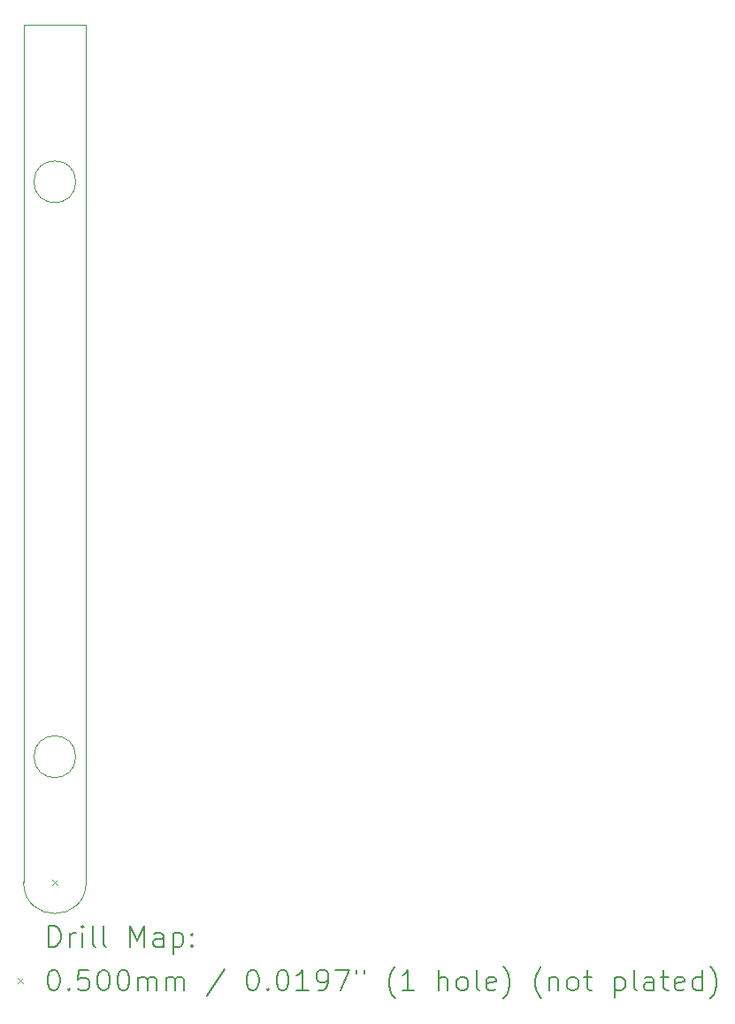
<source format=gbr>
%TF.GenerationSoftware,KiCad,Pcbnew,7.0.1-3b83917a11~172~ubuntu22.04.1*%
%TF.CreationDate,2023-04-18T09:55:43+02:00*%
%TF.ProjectId,part1,70617274-312e-46b6-9963-61645f706362,rev?*%
%TF.SameCoordinates,Original*%
%TF.FileFunction,Drillmap*%
%TF.FilePolarity,Positive*%
%FSLAX45Y45*%
G04 Gerber Fmt 4.5, Leading zero omitted, Abs format (unit mm)*
G04 Created by KiCad (PCBNEW 7.0.1-3b83917a11~172~ubuntu22.04.1) date 2023-04-18 09:55:43*
%MOMM*%
%LPD*%
G01*
G04 APERTURE LIST*
%ADD10C,0.100000*%
%ADD11C,0.200000*%
%ADD12C,0.050000*%
G04 APERTURE END LIST*
D10*
X12324600Y-13181800D02*
G75*
G03*
X12924600Y-13181800I300000J0D01*
G01*
X12324600Y-13181800D02*
X12324600Y-4981800D01*
X12824600Y-6481800D02*
G75*
G03*
X12824600Y-6481800I-200000J0D01*
G01*
X12824600Y-11981800D02*
G75*
G03*
X12824600Y-11981800I-200000J0D01*
G01*
X12924600Y-4981800D02*
X12924600Y-13181800D01*
X12324600Y-4981800D02*
X12924600Y-4981800D01*
D11*
D12*
X12599600Y-13156800D02*
X12649600Y-13206800D01*
X12649600Y-13156800D02*
X12599600Y-13206800D01*
D11*
X12567219Y-13799324D02*
X12567219Y-13599324D01*
X12567219Y-13599324D02*
X12614838Y-13599324D01*
X12614838Y-13599324D02*
X12643409Y-13608848D01*
X12643409Y-13608848D02*
X12662457Y-13627895D01*
X12662457Y-13627895D02*
X12671981Y-13646943D01*
X12671981Y-13646943D02*
X12681505Y-13685038D01*
X12681505Y-13685038D02*
X12681505Y-13713609D01*
X12681505Y-13713609D02*
X12671981Y-13751705D01*
X12671981Y-13751705D02*
X12662457Y-13770752D01*
X12662457Y-13770752D02*
X12643409Y-13789800D01*
X12643409Y-13789800D02*
X12614838Y-13799324D01*
X12614838Y-13799324D02*
X12567219Y-13799324D01*
X12767219Y-13799324D02*
X12767219Y-13665990D01*
X12767219Y-13704086D02*
X12776743Y-13685038D01*
X12776743Y-13685038D02*
X12786267Y-13675514D01*
X12786267Y-13675514D02*
X12805314Y-13665990D01*
X12805314Y-13665990D02*
X12824362Y-13665990D01*
X12891028Y-13799324D02*
X12891028Y-13665990D01*
X12891028Y-13599324D02*
X12881505Y-13608848D01*
X12881505Y-13608848D02*
X12891028Y-13618371D01*
X12891028Y-13618371D02*
X12900552Y-13608848D01*
X12900552Y-13608848D02*
X12891028Y-13599324D01*
X12891028Y-13599324D02*
X12891028Y-13618371D01*
X13014838Y-13799324D02*
X12995790Y-13789800D01*
X12995790Y-13789800D02*
X12986267Y-13770752D01*
X12986267Y-13770752D02*
X12986267Y-13599324D01*
X13119600Y-13799324D02*
X13100552Y-13789800D01*
X13100552Y-13789800D02*
X13091028Y-13770752D01*
X13091028Y-13770752D02*
X13091028Y-13599324D01*
X13348171Y-13799324D02*
X13348171Y-13599324D01*
X13348171Y-13599324D02*
X13414838Y-13742181D01*
X13414838Y-13742181D02*
X13481505Y-13599324D01*
X13481505Y-13599324D02*
X13481505Y-13799324D01*
X13662457Y-13799324D02*
X13662457Y-13694562D01*
X13662457Y-13694562D02*
X13652933Y-13675514D01*
X13652933Y-13675514D02*
X13633886Y-13665990D01*
X13633886Y-13665990D02*
X13595790Y-13665990D01*
X13595790Y-13665990D02*
X13576743Y-13675514D01*
X13662457Y-13789800D02*
X13643409Y-13799324D01*
X13643409Y-13799324D02*
X13595790Y-13799324D01*
X13595790Y-13799324D02*
X13576743Y-13789800D01*
X13576743Y-13789800D02*
X13567219Y-13770752D01*
X13567219Y-13770752D02*
X13567219Y-13751705D01*
X13567219Y-13751705D02*
X13576743Y-13732657D01*
X13576743Y-13732657D02*
X13595790Y-13723133D01*
X13595790Y-13723133D02*
X13643409Y-13723133D01*
X13643409Y-13723133D02*
X13662457Y-13713609D01*
X13757695Y-13665990D02*
X13757695Y-13865990D01*
X13757695Y-13675514D02*
X13776743Y-13665990D01*
X13776743Y-13665990D02*
X13814838Y-13665990D01*
X13814838Y-13665990D02*
X13833886Y-13675514D01*
X13833886Y-13675514D02*
X13843409Y-13685038D01*
X13843409Y-13685038D02*
X13852933Y-13704086D01*
X13852933Y-13704086D02*
X13852933Y-13761228D01*
X13852933Y-13761228D02*
X13843409Y-13780276D01*
X13843409Y-13780276D02*
X13833886Y-13789800D01*
X13833886Y-13789800D02*
X13814838Y-13799324D01*
X13814838Y-13799324D02*
X13776743Y-13799324D01*
X13776743Y-13799324D02*
X13757695Y-13789800D01*
X13938648Y-13780276D02*
X13948171Y-13789800D01*
X13948171Y-13789800D02*
X13938648Y-13799324D01*
X13938648Y-13799324D02*
X13929124Y-13789800D01*
X13929124Y-13789800D02*
X13938648Y-13780276D01*
X13938648Y-13780276D02*
X13938648Y-13799324D01*
X13938648Y-13675514D02*
X13948171Y-13685038D01*
X13948171Y-13685038D02*
X13938648Y-13694562D01*
X13938648Y-13694562D02*
X13929124Y-13685038D01*
X13929124Y-13685038D02*
X13938648Y-13675514D01*
X13938648Y-13675514D02*
X13938648Y-13694562D01*
D12*
X12269600Y-14101800D02*
X12319600Y-14151800D01*
X12319600Y-14101800D02*
X12269600Y-14151800D01*
D11*
X12605314Y-14019324D02*
X12624362Y-14019324D01*
X12624362Y-14019324D02*
X12643409Y-14028848D01*
X12643409Y-14028848D02*
X12652933Y-14038371D01*
X12652933Y-14038371D02*
X12662457Y-14057419D01*
X12662457Y-14057419D02*
X12671981Y-14095514D01*
X12671981Y-14095514D02*
X12671981Y-14143133D01*
X12671981Y-14143133D02*
X12662457Y-14181228D01*
X12662457Y-14181228D02*
X12652933Y-14200276D01*
X12652933Y-14200276D02*
X12643409Y-14209800D01*
X12643409Y-14209800D02*
X12624362Y-14219324D01*
X12624362Y-14219324D02*
X12605314Y-14219324D01*
X12605314Y-14219324D02*
X12586267Y-14209800D01*
X12586267Y-14209800D02*
X12576743Y-14200276D01*
X12576743Y-14200276D02*
X12567219Y-14181228D01*
X12567219Y-14181228D02*
X12557695Y-14143133D01*
X12557695Y-14143133D02*
X12557695Y-14095514D01*
X12557695Y-14095514D02*
X12567219Y-14057419D01*
X12567219Y-14057419D02*
X12576743Y-14038371D01*
X12576743Y-14038371D02*
X12586267Y-14028848D01*
X12586267Y-14028848D02*
X12605314Y-14019324D01*
X12757695Y-14200276D02*
X12767219Y-14209800D01*
X12767219Y-14209800D02*
X12757695Y-14219324D01*
X12757695Y-14219324D02*
X12748171Y-14209800D01*
X12748171Y-14209800D02*
X12757695Y-14200276D01*
X12757695Y-14200276D02*
X12757695Y-14219324D01*
X12948171Y-14019324D02*
X12852933Y-14019324D01*
X12852933Y-14019324D02*
X12843409Y-14114562D01*
X12843409Y-14114562D02*
X12852933Y-14105038D01*
X12852933Y-14105038D02*
X12871981Y-14095514D01*
X12871981Y-14095514D02*
X12919600Y-14095514D01*
X12919600Y-14095514D02*
X12938648Y-14105038D01*
X12938648Y-14105038D02*
X12948171Y-14114562D01*
X12948171Y-14114562D02*
X12957695Y-14133609D01*
X12957695Y-14133609D02*
X12957695Y-14181228D01*
X12957695Y-14181228D02*
X12948171Y-14200276D01*
X12948171Y-14200276D02*
X12938648Y-14209800D01*
X12938648Y-14209800D02*
X12919600Y-14219324D01*
X12919600Y-14219324D02*
X12871981Y-14219324D01*
X12871981Y-14219324D02*
X12852933Y-14209800D01*
X12852933Y-14209800D02*
X12843409Y-14200276D01*
X13081505Y-14019324D02*
X13100552Y-14019324D01*
X13100552Y-14019324D02*
X13119600Y-14028848D01*
X13119600Y-14028848D02*
X13129124Y-14038371D01*
X13129124Y-14038371D02*
X13138648Y-14057419D01*
X13138648Y-14057419D02*
X13148171Y-14095514D01*
X13148171Y-14095514D02*
X13148171Y-14143133D01*
X13148171Y-14143133D02*
X13138648Y-14181228D01*
X13138648Y-14181228D02*
X13129124Y-14200276D01*
X13129124Y-14200276D02*
X13119600Y-14209800D01*
X13119600Y-14209800D02*
X13100552Y-14219324D01*
X13100552Y-14219324D02*
X13081505Y-14219324D01*
X13081505Y-14219324D02*
X13062457Y-14209800D01*
X13062457Y-14209800D02*
X13052933Y-14200276D01*
X13052933Y-14200276D02*
X13043409Y-14181228D01*
X13043409Y-14181228D02*
X13033886Y-14143133D01*
X13033886Y-14143133D02*
X13033886Y-14095514D01*
X13033886Y-14095514D02*
X13043409Y-14057419D01*
X13043409Y-14057419D02*
X13052933Y-14038371D01*
X13052933Y-14038371D02*
X13062457Y-14028848D01*
X13062457Y-14028848D02*
X13081505Y-14019324D01*
X13271981Y-14019324D02*
X13291029Y-14019324D01*
X13291029Y-14019324D02*
X13310076Y-14028848D01*
X13310076Y-14028848D02*
X13319600Y-14038371D01*
X13319600Y-14038371D02*
X13329124Y-14057419D01*
X13329124Y-14057419D02*
X13338648Y-14095514D01*
X13338648Y-14095514D02*
X13338648Y-14143133D01*
X13338648Y-14143133D02*
X13329124Y-14181228D01*
X13329124Y-14181228D02*
X13319600Y-14200276D01*
X13319600Y-14200276D02*
X13310076Y-14209800D01*
X13310076Y-14209800D02*
X13291029Y-14219324D01*
X13291029Y-14219324D02*
X13271981Y-14219324D01*
X13271981Y-14219324D02*
X13252933Y-14209800D01*
X13252933Y-14209800D02*
X13243409Y-14200276D01*
X13243409Y-14200276D02*
X13233886Y-14181228D01*
X13233886Y-14181228D02*
X13224362Y-14143133D01*
X13224362Y-14143133D02*
X13224362Y-14095514D01*
X13224362Y-14095514D02*
X13233886Y-14057419D01*
X13233886Y-14057419D02*
X13243409Y-14038371D01*
X13243409Y-14038371D02*
X13252933Y-14028848D01*
X13252933Y-14028848D02*
X13271981Y-14019324D01*
X13424362Y-14219324D02*
X13424362Y-14085990D01*
X13424362Y-14105038D02*
X13433886Y-14095514D01*
X13433886Y-14095514D02*
X13452933Y-14085990D01*
X13452933Y-14085990D02*
X13481505Y-14085990D01*
X13481505Y-14085990D02*
X13500552Y-14095514D01*
X13500552Y-14095514D02*
X13510076Y-14114562D01*
X13510076Y-14114562D02*
X13510076Y-14219324D01*
X13510076Y-14114562D02*
X13519600Y-14095514D01*
X13519600Y-14095514D02*
X13538648Y-14085990D01*
X13538648Y-14085990D02*
X13567219Y-14085990D01*
X13567219Y-14085990D02*
X13586267Y-14095514D01*
X13586267Y-14095514D02*
X13595790Y-14114562D01*
X13595790Y-14114562D02*
X13595790Y-14219324D01*
X13691029Y-14219324D02*
X13691029Y-14085990D01*
X13691029Y-14105038D02*
X13700552Y-14095514D01*
X13700552Y-14095514D02*
X13719600Y-14085990D01*
X13719600Y-14085990D02*
X13748171Y-14085990D01*
X13748171Y-14085990D02*
X13767219Y-14095514D01*
X13767219Y-14095514D02*
X13776743Y-14114562D01*
X13776743Y-14114562D02*
X13776743Y-14219324D01*
X13776743Y-14114562D02*
X13786267Y-14095514D01*
X13786267Y-14095514D02*
X13805314Y-14085990D01*
X13805314Y-14085990D02*
X13833886Y-14085990D01*
X13833886Y-14085990D02*
X13852933Y-14095514D01*
X13852933Y-14095514D02*
X13862457Y-14114562D01*
X13862457Y-14114562D02*
X13862457Y-14219324D01*
X14252933Y-14009800D02*
X14081505Y-14266943D01*
X14510076Y-14019324D02*
X14529124Y-14019324D01*
X14529124Y-14019324D02*
X14548172Y-14028848D01*
X14548172Y-14028848D02*
X14557695Y-14038371D01*
X14557695Y-14038371D02*
X14567219Y-14057419D01*
X14567219Y-14057419D02*
X14576743Y-14095514D01*
X14576743Y-14095514D02*
X14576743Y-14143133D01*
X14576743Y-14143133D02*
X14567219Y-14181228D01*
X14567219Y-14181228D02*
X14557695Y-14200276D01*
X14557695Y-14200276D02*
X14548172Y-14209800D01*
X14548172Y-14209800D02*
X14529124Y-14219324D01*
X14529124Y-14219324D02*
X14510076Y-14219324D01*
X14510076Y-14219324D02*
X14491029Y-14209800D01*
X14491029Y-14209800D02*
X14481505Y-14200276D01*
X14481505Y-14200276D02*
X14471981Y-14181228D01*
X14471981Y-14181228D02*
X14462457Y-14143133D01*
X14462457Y-14143133D02*
X14462457Y-14095514D01*
X14462457Y-14095514D02*
X14471981Y-14057419D01*
X14471981Y-14057419D02*
X14481505Y-14038371D01*
X14481505Y-14038371D02*
X14491029Y-14028848D01*
X14491029Y-14028848D02*
X14510076Y-14019324D01*
X14662457Y-14200276D02*
X14671981Y-14209800D01*
X14671981Y-14209800D02*
X14662457Y-14219324D01*
X14662457Y-14219324D02*
X14652933Y-14209800D01*
X14652933Y-14209800D02*
X14662457Y-14200276D01*
X14662457Y-14200276D02*
X14662457Y-14219324D01*
X14795791Y-14019324D02*
X14814838Y-14019324D01*
X14814838Y-14019324D02*
X14833886Y-14028848D01*
X14833886Y-14028848D02*
X14843410Y-14038371D01*
X14843410Y-14038371D02*
X14852933Y-14057419D01*
X14852933Y-14057419D02*
X14862457Y-14095514D01*
X14862457Y-14095514D02*
X14862457Y-14143133D01*
X14862457Y-14143133D02*
X14852933Y-14181228D01*
X14852933Y-14181228D02*
X14843410Y-14200276D01*
X14843410Y-14200276D02*
X14833886Y-14209800D01*
X14833886Y-14209800D02*
X14814838Y-14219324D01*
X14814838Y-14219324D02*
X14795791Y-14219324D01*
X14795791Y-14219324D02*
X14776743Y-14209800D01*
X14776743Y-14209800D02*
X14767219Y-14200276D01*
X14767219Y-14200276D02*
X14757695Y-14181228D01*
X14757695Y-14181228D02*
X14748172Y-14143133D01*
X14748172Y-14143133D02*
X14748172Y-14095514D01*
X14748172Y-14095514D02*
X14757695Y-14057419D01*
X14757695Y-14057419D02*
X14767219Y-14038371D01*
X14767219Y-14038371D02*
X14776743Y-14028848D01*
X14776743Y-14028848D02*
X14795791Y-14019324D01*
X15052933Y-14219324D02*
X14938648Y-14219324D01*
X14995791Y-14219324D02*
X14995791Y-14019324D01*
X14995791Y-14019324D02*
X14976743Y-14047895D01*
X14976743Y-14047895D02*
X14957695Y-14066943D01*
X14957695Y-14066943D02*
X14938648Y-14076467D01*
X15148172Y-14219324D02*
X15186267Y-14219324D01*
X15186267Y-14219324D02*
X15205314Y-14209800D01*
X15205314Y-14209800D02*
X15214838Y-14200276D01*
X15214838Y-14200276D02*
X15233886Y-14171705D01*
X15233886Y-14171705D02*
X15243410Y-14133609D01*
X15243410Y-14133609D02*
X15243410Y-14057419D01*
X15243410Y-14057419D02*
X15233886Y-14038371D01*
X15233886Y-14038371D02*
X15224362Y-14028848D01*
X15224362Y-14028848D02*
X15205314Y-14019324D01*
X15205314Y-14019324D02*
X15167219Y-14019324D01*
X15167219Y-14019324D02*
X15148172Y-14028848D01*
X15148172Y-14028848D02*
X15138648Y-14038371D01*
X15138648Y-14038371D02*
X15129124Y-14057419D01*
X15129124Y-14057419D02*
X15129124Y-14105038D01*
X15129124Y-14105038D02*
X15138648Y-14124086D01*
X15138648Y-14124086D02*
X15148172Y-14133609D01*
X15148172Y-14133609D02*
X15167219Y-14143133D01*
X15167219Y-14143133D02*
X15205314Y-14143133D01*
X15205314Y-14143133D02*
X15224362Y-14133609D01*
X15224362Y-14133609D02*
X15233886Y-14124086D01*
X15233886Y-14124086D02*
X15243410Y-14105038D01*
X15310076Y-14019324D02*
X15443410Y-14019324D01*
X15443410Y-14019324D02*
X15357695Y-14219324D01*
X15510076Y-14019324D02*
X15510076Y-14057419D01*
X15586267Y-14019324D02*
X15586267Y-14057419D01*
X15881505Y-14295514D02*
X15871981Y-14285990D01*
X15871981Y-14285990D02*
X15852934Y-14257419D01*
X15852934Y-14257419D02*
X15843410Y-14238371D01*
X15843410Y-14238371D02*
X15833886Y-14209800D01*
X15833886Y-14209800D02*
X15824362Y-14162181D01*
X15824362Y-14162181D02*
X15824362Y-14124086D01*
X15824362Y-14124086D02*
X15833886Y-14076467D01*
X15833886Y-14076467D02*
X15843410Y-14047895D01*
X15843410Y-14047895D02*
X15852934Y-14028848D01*
X15852934Y-14028848D02*
X15871981Y-14000276D01*
X15871981Y-14000276D02*
X15881505Y-13990752D01*
X16062457Y-14219324D02*
X15948172Y-14219324D01*
X16005314Y-14219324D02*
X16005314Y-14019324D01*
X16005314Y-14019324D02*
X15986267Y-14047895D01*
X15986267Y-14047895D02*
X15967219Y-14066943D01*
X15967219Y-14066943D02*
X15948172Y-14076467D01*
X16300553Y-14219324D02*
X16300553Y-14019324D01*
X16386267Y-14219324D02*
X16386267Y-14114562D01*
X16386267Y-14114562D02*
X16376743Y-14095514D01*
X16376743Y-14095514D02*
X16357696Y-14085990D01*
X16357696Y-14085990D02*
X16329124Y-14085990D01*
X16329124Y-14085990D02*
X16310076Y-14095514D01*
X16310076Y-14095514D02*
X16300553Y-14105038D01*
X16510076Y-14219324D02*
X16491029Y-14209800D01*
X16491029Y-14209800D02*
X16481505Y-14200276D01*
X16481505Y-14200276D02*
X16471981Y-14181228D01*
X16471981Y-14181228D02*
X16471981Y-14124086D01*
X16471981Y-14124086D02*
X16481505Y-14105038D01*
X16481505Y-14105038D02*
X16491029Y-14095514D01*
X16491029Y-14095514D02*
X16510076Y-14085990D01*
X16510076Y-14085990D02*
X16538648Y-14085990D01*
X16538648Y-14085990D02*
X16557696Y-14095514D01*
X16557696Y-14095514D02*
X16567219Y-14105038D01*
X16567219Y-14105038D02*
X16576743Y-14124086D01*
X16576743Y-14124086D02*
X16576743Y-14181228D01*
X16576743Y-14181228D02*
X16567219Y-14200276D01*
X16567219Y-14200276D02*
X16557696Y-14209800D01*
X16557696Y-14209800D02*
X16538648Y-14219324D01*
X16538648Y-14219324D02*
X16510076Y-14219324D01*
X16691029Y-14219324D02*
X16671981Y-14209800D01*
X16671981Y-14209800D02*
X16662457Y-14190752D01*
X16662457Y-14190752D02*
X16662457Y-14019324D01*
X16843410Y-14209800D02*
X16824362Y-14219324D01*
X16824362Y-14219324D02*
X16786267Y-14219324D01*
X16786267Y-14219324D02*
X16767219Y-14209800D01*
X16767219Y-14209800D02*
X16757696Y-14190752D01*
X16757696Y-14190752D02*
X16757696Y-14114562D01*
X16757696Y-14114562D02*
X16767219Y-14095514D01*
X16767219Y-14095514D02*
X16786267Y-14085990D01*
X16786267Y-14085990D02*
X16824362Y-14085990D01*
X16824362Y-14085990D02*
X16843410Y-14095514D01*
X16843410Y-14095514D02*
X16852934Y-14114562D01*
X16852934Y-14114562D02*
X16852934Y-14133609D01*
X16852934Y-14133609D02*
X16757696Y-14152657D01*
X16919600Y-14295514D02*
X16929124Y-14285990D01*
X16929124Y-14285990D02*
X16948172Y-14257419D01*
X16948172Y-14257419D02*
X16957696Y-14238371D01*
X16957696Y-14238371D02*
X16967219Y-14209800D01*
X16967219Y-14209800D02*
X16976743Y-14162181D01*
X16976743Y-14162181D02*
X16976743Y-14124086D01*
X16976743Y-14124086D02*
X16967219Y-14076467D01*
X16967219Y-14076467D02*
X16957696Y-14047895D01*
X16957696Y-14047895D02*
X16948172Y-14028848D01*
X16948172Y-14028848D02*
X16929124Y-14000276D01*
X16929124Y-14000276D02*
X16919600Y-13990752D01*
X17281505Y-14295514D02*
X17271981Y-14285990D01*
X17271981Y-14285990D02*
X17252934Y-14257419D01*
X17252934Y-14257419D02*
X17243410Y-14238371D01*
X17243410Y-14238371D02*
X17233886Y-14209800D01*
X17233886Y-14209800D02*
X17224362Y-14162181D01*
X17224362Y-14162181D02*
X17224362Y-14124086D01*
X17224362Y-14124086D02*
X17233886Y-14076467D01*
X17233886Y-14076467D02*
X17243410Y-14047895D01*
X17243410Y-14047895D02*
X17252934Y-14028848D01*
X17252934Y-14028848D02*
X17271981Y-14000276D01*
X17271981Y-14000276D02*
X17281505Y-13990752D01*
X17357696Y-14085990D02*
X17357696Y-14219324D01*
X17357696Y-14105038D02*
X17367219Y-14095514D01*
X17367219Y-14095514D02*
X17386267Y-14085990D01*
X17386267Y-14085990D02*
X17414839Y-14085990D01*
X17414839Y-14085990D02*
X17433886Y-14095514D01*
X17433886Y-14095514D02*
X17443410Y-14114562D01*
X17443410Y-14114562D02*
X17443410Y-14219324D01*
X17567219Y-14219324D02*
X17548172Y-14209800D01*
X17548172Y-14209800D02*
X17538648Y-14200276D01*
X17538648Y-14200276D02*
X17529124Y-14181228D01*
X17529124Y-14181228D02*
X17529124Y-14124086D01*
X17529124Y-14124086D02*
X17538648Y-14105038D01*
X17538648Y-14105038D02*
X17548172Y-14095514D01*
X17548172Y-14095514D02*
X17567219Y-14085990D01*
X17567219Y-14085990D02*
X17595791Y-14085990D01*
X17595791Y-14085990D02*
X17614839Y-14095514D01*
X17614839Y-14095514D02*
X17624362Y-14105038D01*
X17624362Y-14105038D02*
X17633886Y-14124086D01*
X17633886Y-14124086D02*
X17633886Y-14181228D01*
X17633886Y-14181228D02*
X17624362Y-14200276D01*
X17624362Y-14200276D02*
X17614839Y-14209800D01*
X17614839Y-14209800D02*
X17595791Y-14219324D01*
X17595791Y-14219324D02*
X17567219Y-14219324D01*
X17691029Y-14085990D02*
X17767219Y-14085990D01*
X17719600Y-14019324D02*
X17719600Y-14190752D01*
X17719600Y-14190752D02*
X17729124Y-14209800D01*
X17729124Y-14209800D02*
X17748172Y-14219324D01*
X17748172Y-14219324D02*
X17767219Y-14219324D01*
X17986267Y-14085990D02*
X17986267Y-14285990D01*
X17986267Y-14095514D02*
X18005315Y-14085990D01*
X18005315Y-14085990D02*
X18043410Y-14085990D01*
X18043410Y-14085990D02*
X18062458Y-14095514D01*
X18062458Y-14095514D02*
X18071981Y-14105038D01*
X18071981Y-14105038D02*
X18081505Y-14124086D01*
X18081505Y-14124086D02*
X18081505Y-14181228D01*
X18081505Y-14181228D02*
X18071981Y-14200276D01*
X18071981Y-14200276D02*
X18062458Y-14209800D01*
X18062458Y-14209800D02*
X18043410Y-14219324D01*
X18043410Y-14219324D02*
X18005315Y-14219324D01*
X18005315Y-14219324D02*
X17986267Y-14209800D01*
X18195791Y-14219324D02*
X18176743Y-14209800D01*
X18176743Y-14209800D02*
X18167220Y-14190752D01*
X18167220Y-14190752D02*
X18167220Y-14019324D01*
X18357696Y-14219324D02*
X18357696Y-14114562D01*
X18357696Y-14114562D02*
X18348172Y-14095514D01*
X18348172Y-14095514D02*
X18329124Y-14085990D01*
X18329124Y-14085990D02*
X18291029Y-14085990D01*
X18291029Y-14085990D02*
X18271981Y-14095514D01*
X18357696Y-14209800D02*
X18338648Y-14219324D01*
X18338648Y-14219324D02*
X18291029Y-14219324D01*
X18291029Y-14219324D02*
X18271981Y-14209800D01*
X18271981Y-14209800D02*
X18262458Y-14190752D01*
X18262458Y-14190752D02*
X18262458Y-14171705D01*
X18262458Y-14171705D02*
X18271981Y-14152657D01*
X18271981Y-14152657D02*
X18291029Y-14143133D01*
X18291029Y-14143133D02*
X18338648Y-14143133D01*
X18338648Y-14143133D02*
X18357696Y-14133609D01*
X18424362Y-14085990D02*
X18500553Y-14085990D01*
X18452934Y-14019324D02*
X18452934Y-14190752D01*
X18452934Y-14190752D02*
X18462458Y-14209800D01*
X18462458Y-14209800D02*
X18481505Y-14219324D01*
X18481505Y-14219324D02*
X18500553Y-14219324D01*
X18643410Y-14209800D02*
X18624362Y-14219324D01*
X18624362Y-14219324D02*
X18586267Y-14219324D01*
X18586267Y-14219324D02*
X18567220Y-14209800D01*
X18567220Y-14209800D02*
X18557696Y-14190752D01*
X18557696Y-14190752D02*
X18557696Y-14114562D01*
X18557696Y-14114562D02*
X18567220Y-14095514D01*
X18567220Y-14095514D02*
X18586267Y-14085990D01*
X18586267Y-14085990D02*
X18624362Y-14085990D01*
X18624362Y-14085990D02*
X18643410Y-14095514D01*
X18643410Y-14095514D02*
X18652934Y-14114562D01*
X18652934Y-14114562D02*
X18652934Y-14133609D01*
X18652934Y-14133609D02*
X18557696Y-14152657D01*
X18824362Y-14219324D02*
X18824362Y-14019324D01*
X18824362Y-14209800D02*
X18805315Y-14219324D01*
X18805315Y-14219324D02*
X18767220Y-14219324D01*
X18767220Y-14219324D02*
X18748172Y-14209800D01*
X18748172Y-14209800D02*
X18738648Y-14200276D01*
X18738648Y-14200276D02*
X18729124Y-14181228D01*
X18729124Y-14181228D02*
X18729124Y-14124086D01*
X18729124Y-14124086D02*
X18738648Y-14105038D01*
X18738648Y-14105038D02*
X18748172Y-14095514D01*
X18748172Y-14095514D02*
X18767220Y-14085990D01*
X18767220Y-14085990D02*
X18805315Y-14085990D01*
X18805315Y-14085990D02*
X18824362Y-14095514D01*
X18900553Y-14295514D02*
X18910077Y-14285990D01*
X18910077Y-14285990D02*
X18929124Y-14257419D01*
X18929124Y-14257419D02*
X18938648Y-14238371D01*
X18938648Y-14238371D02*
X18948172Y-14209800D01*
X18948172Y-14209800D02*
X18957696Y-14162181D01*
X18957696Y-14162181D02*
X18957696Y-14124086D01*
X18957696Y-14124086D02*
X18948172Y-14076467D01*
X18948172Y-14076467D02*
X18938648Y-14047895D01*
X18938648Y-14047895D02*
X18929124Y-14028848D01*
X18929124Y-14028848D02*
X18910077Y-14000276D01*
X18910077Y-14000276D02*
X18900553Y-13990752D01*
M02*

</source>
